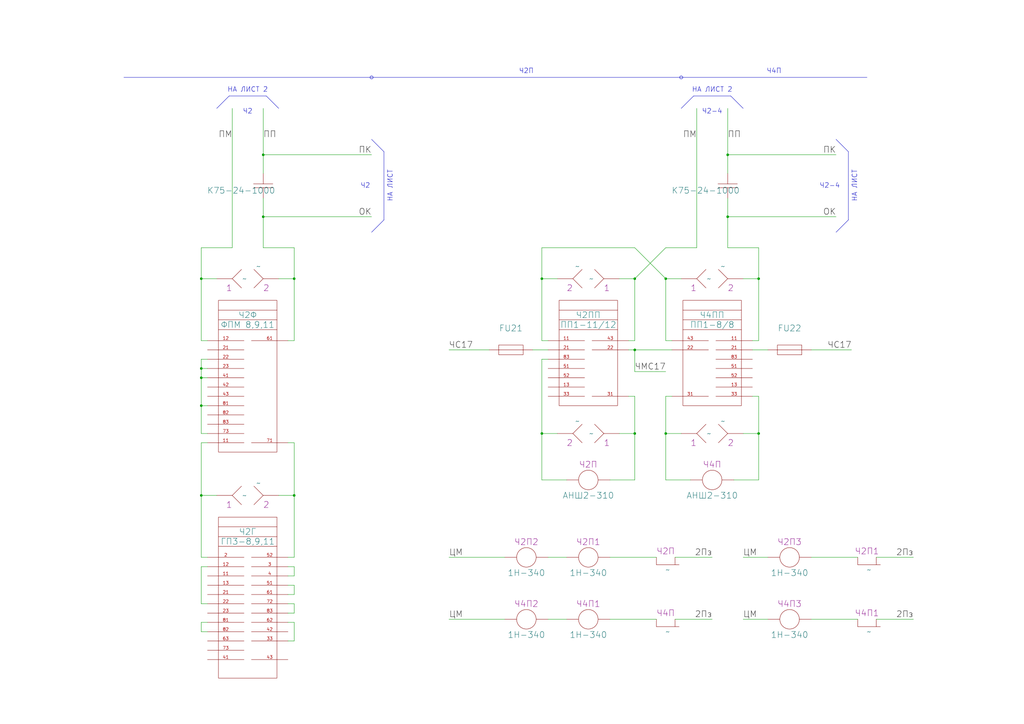
<source format=kicad_sch>
(kicad_sch (version 20250114) (generator "eeschema") (generator_version "9.0")
  (paper "A3")
  (title_block (title "Станция А") (company "МКТ РУТ (МИИТ)") (comment 1 "КП 27.02.03.03.000 ГЧ") (comment 2 "Сафранович") (comment 3 "Бузунова"))
  (lib_symbols
    (symbol "Blocks:ГП3" (pin_names (offset 0) (hide yes))
      (property "Reference" "Г" (at 0 10.51 0))
      (property "Value" "ГП3" (at 0 6.51 0))
      (symbol "ГП3_0_1"
        (rectangle (start -12 16.51) (end 12 -49.53))
        (polyline (pts (xy 12 12.51) (xy -12 12.51)))
        (polyline (pts (xy 12 8.51) (xy -12 8.51)))
        (polyline (pts (xy 12 4.51) (xy -12 4.51)))
      )
      (symbol "ГП3_1_1"
        (pin bidirectional line (at -16.51 0 0) (length 15) (name "") (number "2"))
        (pin bidirectional line (at -16.51 -3.81 0) (length 15) (name "") (number "12"))
        (pin bidirectional line (at -16.51 -7.62 0) (length 15) (name "") (number "11"))
        (pin bidirectional line (at -16.51 -11.43 0) (length 15) (name "") (number "13"))
        (pin bidirectional line (at -16.51 -15.24 0) (length 15) (name "") (number "21"))
        (pin bidirectional line (at -16.51 -19.05 0) (length 15) (name "") (number "22"))
        (pin bidirectional line (at -16.51 -22.86 0) (length 15) (name "") (number "23"))
        (pin bidirectional line (at -16.51 -26.67 0) (length 15) (name "") (number "81"))
        (pin bidirectional line (at -16.51 -30.48 0) (length 15) (name "") (number "82"))
        (pin bidirectional line (at -16.51 -34.29 0) (length 15) (name "") (number "63"))
        (pin bidirectional line (at -16.51 -38.1 0) (length 15) (name "") (number "73"))
        (pin bidirectional line (at -16.51 -41.91 0) (length 15) (name "") (number "41"))
        (pin bidirectional line (at 16.51 0 180) (length 15) (name "") (number "52"))
        (pin bidirectional line (at 16.51 -3.81 180) (length 15) (name "") (number "3"))
        (pin bidirectional line (at 16.51 -7.62 180) (length 15) (name "") (number "4"))
        (pin bidirectional line (at 16.51 -11.43 180) (length 15) (name "") (number "51"))
        (pin bidirectional line (at 16.51 -15.24 180) (length 15) (name "") (number "61"))
        (pin bidirectional line (at 16.51 -19.05 180) (length 15) (name "") (number "72"))
        (pin bidirectional line (at 16.51 -22.86 180) (length 15) (name "") (number "83"))
        (pin bidirectional line (at 16.51 -26.67 180) (length 15) (name "") (number "62"))
        (pin bidirectional line (at 16.51 -30.48 180) (length 15) (name "") (number "42"))
        (pin bidirectional line (at 16.51 -34.29 180) (length 15) (name "") (number "33"))
        (pin bidirectional line (at 16.51 -41.91 180) (length 15) (name "") (number "43"))
      )
    )
    (symbol "Blocks:ПП1" (pin_names (offset 0) (hide yes))
      (property "Reference" "ПП" (at 0 10.51 0))
      (property "Value" "ПП1" (at 0 6.51 0))
      (symbol "ПП1_0_1"
        (rectangle (start -12 16.51) (end 12 -26.67))
        (polyline (pts (xy 12 12.51) (xy -12 12.51)))
        (polyline (pts (xy 12 8.51) (xy -12 8.51)))
        (polyline (pts (xy 12 4.51) (xy -12 4.51)))
      )
      (symbol "ПП1_1_1"
        (pin bidirectional line (at -16.51 0 0) (length 15) (name "") (number "43"))
        (pin bidirectional line (at -16.51 -3.81 0) (length 15) (name "") (number "22"))
        (pin bidirectional line (at -16.51 -22.86 0) (length 15) (name "") (number "31"))
        (pin bidirectional line (at 16.51 0 180) (length 15) (name "") (number "11"))
        (pin bidirectional line (at 16.51 -3.81 180) (length 15) (name "") (number "21"))
        (pin bidirectional line (at 16.51 -7.62 180) (length 15) (name "") (number "83"))
        (pin bidirectional line (at 16.51 -11.43 180) (length 15) (name "") (number "51"))
        (pin bidirectional line (at 16.51 -15.24 180) (length 15) (name "") (number "52"))
        (pin bidirectional line (at 16.51 -19.05 180) (length 15) (name "") (number "13"))
        (pin bidirectional line (at 16.51 -22.86 180) (length 15) (name "") (number "33"))
      )
    )
    (symbol "Blocks:ФПМ" (pin_names (offset 0) (hide yes))
      (property "Reference" "Ф" (at 0 10.51 0))
      (property "Value" "ФПМ" (at 0 6.51 0))
      (symbol "ФПМ_0_1"
        (rectangle (start -12 16.51) (end 12 -45.72))
        (polyline (pts (xy 12 12.51) (xy -12 12.51)))
        (polyline (pts (xy 12 8.51) (xy -12 8.51)))
        (polyline (pts (xy 12 4.51) (xy -12 4.51)))
      )
      (symbol "ФПМ_1_1"
        (pin bidirectional line (at -16.51 0 0) (length 15) (name "") (number "12"))
        (pin bidirectional line (at -16.51 -3.81 0) (length 15) (name "") (number "21"))
        (pin bidirectional line (at -16.51 -7.62 0) (length 15) (name "") (number "22"))
        (pin bidirectional line (at -16.51 -11.43 0) (length 15) (name "") (number "23"))
        (pin bidirectional line (at -16.51 -15.24 0) (length 15) (name "") (number "41"))
        (pin bidirectional line (at -16.51 -19.05 0) (length 15) (name "") (number "42"))
        (pin bidirectional line (at -16.51 -22.86 0) (length 15) (name "") (number "43"))
        (pin bidirectional line (at -16.51 -26.67 0) (length 15) (name "") (number "81"))
        (pin bidirectional line (at -16.51 -30.48 0) (length 15) (name "") (number "82"))
        (pin bidirectional line (at -16.51 -34.29 0) (length 15) (name "") (number "83"))
        (pin bidirectional line (at -16.51 -38.1 0) (length 15) (name "") (number "73"))
        (pin bidirectional line (at -16.51 -41.91 0) (length 15) (name "") (number "11"))
        (pin bidirectional line (at 16.51 0 180) (length 15) (name "") (number "61"))
        (pin bidirectional line (at 16.51 -41.91 180) (length 15) (name "") (number "71"))
      )
    )
    (symbol "Device_GOST:C" (pin_numbers (hide yes)) (pin_names (offset 0) (hide yes))
      (property "Reference" "C" (at 0.635 2.54 0))
      (property "Value" "C" (at 0.635 -3.175 0))
      (symbol "C_0_1"
        (polyline (pts (xy -3.9878 0.762) (xy 3.9878 0.762)))
        (polyline (pts (xy -3.9878 -0.762) (xy 3.9878 -0.762)))
      )
      (symbol "C_1_1"
        (pin passive line (at 0 5.08 270) (length 4.318) (name "~") (number "1"))
        (pin passive line (at 0 -5.08 90) (length 4.318) (name "~") (number "2"))
      )
    )
    (symbol "Device_GOST:FU_FUSE" (pin_numbers (hide yes)) (pin_names (offset 0) (hide yes))
      (property "Reference" "FU" (at 0 3.81 0))
      (property "Value" "FU_FUSE" (at 0 -3.81 0))
      (symbol "FU_FUSE_0_1"
        (rectangle (start -5.0038 2.0066) (end 5.0038 -2.0066))
        (polyline (pts (xy -5.0038 0) (xy 5.0038 0)))
      )
      (symbol "FU_FUSE_1_1"
        (pin passive line (at -8.89 0 0) (length 3.8862) (name "~") (number "1"))
        (pin passive line (at 8.89 0 180) (length 3.8862) (name "~") (number "2"))
      )
    )
    (symbol "SCB_Legacy:Контакт_нейтрального_якоря_НЗ_бн" (pin_numbers (hide yes)) (pin_names (hide yes))
      (property "Обозначение реле" "Н" (at 0 2.54 0))
      (symbol "Контакт_нейтрального_якоря_НЗ_бн_0_1"
        (polyline (pts (xy -3.81 -3) (xy 5.5 -3)))
        (pin bidirectional line (at -3.81 0 270) (length 3) (name "") (number "1"))
      )
      (symbol "Контакт_нейтрального_якоря_НЗ_бн_1_1"
        (unit_name "Фронтовой-Тыловой")
        (pin bidirectional line (at 3.81 0 270) (length 3) (name "") (number "2"))
        (pin bidirectional line (at 3.81 -10.16 90) (length 3.3) (name "") (number "3"))
      )
      (symbol "Контакт_нейтрального_якоря_НЗ_бн_2_1"
        (unit_name "Тыловой")
        (pin bidirectional line (at 3.81 -10.16 90) (length 3.3) (name "") (number "3"))
      )
      (symbol "Контакт_нейтрального_якоря_НЗ_бн_3_1"
        (unit_name "Фронтовой")
        (pin bidirectional line (at 3.81 0 270) (length 3) (name "") (number "2"))
      )
      (symbol "Контакт_нейтрального_якоря_НЗ_бн_4_1"
        (unit_name "Усиленный перелючающий")
        (polyline (pts (xy 3.81 0) (xy 3.81 -3)))
        (polyline (pts (xy 3.81 0) (xy 7.62 0)))
        (polyline (pts (xy 3.81 -1.27) (xy 5.715 0)))
        (polyline (pts (xy 3.81 -6.858) (xy 3.81 -10.16)))
        (polyline (pts (xy 3.81 -8.89) (xy 5.715 -10.16)))
        (polyline (pts (xy 3.81 -10.16) (xy 7.62 -10.16)))
        (pin bidirectional line (at -3.81 0 270) (length 3) (name "") (number "1"))
        (pin bidirectional line (at 8.89 0 180) (length 2) (name "") (number "2"))
        (pin bidirectional line (at 8.89 -10.16 180) (length 2) (name "") (number "3"))
      )
      (symbol "Контакт_нейтрального_якоря_НЗ_бн_5_1"
        (unit_name "Усиленный замыкающий")
        (polyline (pts (xy 3.81 0) (xy 3.81 -3)))
        (polyline (pts (xy 3.81 0) (xy 7.62 0)))
        (polyline (pts (xy 3.81 -1.27) (xy 5.715 0)))
        (pin bidirectional line (at 8.89 0 180) (length 2) (name "") (number "2"))
      )
      (symbol "Контакт_нейтрального_якоря_НЗ_бн_6_1"
        (unit_name "Усиленный размыкающий")
        (polyline (pts (xy 3.81 -6.858) (xy 3.81 -10.16) (xy 6.985 -10.16)))
        (polyline (pts (xy 3.81 -8.89) (xy 5.715 -10.16)))
        (pin bidirectional line (at 8.89 -10.16 180) (length 2) (name "") (number "3"))
      )
      (symbol "Контакт_нейтрального_якоря_НЗ_бн_7_1"
        (unit_name "С магнитным гашением")
        (polyline (pts (xy 3.81 0) (xy 5.5 1) (xy 8.5 -1) (xy 10 0)))
        (polyline (pts (xy 11.43 0) (xy 3.81 0) (xy 3.81 -3)))
        (pin bidirectional line (at 3.81 -10.16 90) (length 3.3) (name "") (number "3"))
        (pin bidirectional line (at 12.7 0 180) (length 2) (name "") (number "2"))
      )
      (symbol "Контакт_нейтрального_якоря_НЗ_бн_8_1"
        (unit_name "С безобрывным переключением")
        (arc (start 5.5 -2.5) (mid 6.5355 -5) (end 5.5 -7.5))
        (pin bidirectional line (at 3.81 0 270) (length 3) (name "") (number "2"))
        (pin bidirectional line (at 3.81 -10.16 90) (length 3.3) (name "") (number "3"))
      )
    )
    (symbol "SCB_Relay:Вывод_подключения" (pin_numbers (hide yes)) (pin_names (offset 0) (hide yes))
      (property "Вывод" "1" (at 5.08 -3.81 0))
      (symbol "Вывод_подключения_0_1"
        (polyline (pts (xy 10.16 3.81) (xy 6.35 0) (xy 10.16 -3.81)))
      )
      (symbol "Вывод_подключения_1_1"
        (pin bidirectional line (at 0 0 0) (length 6.35) (name "") (number "1"))
      )
    )
    (symbol "SCB_Relay:Нейтральное" (pin_numbers (hide yes)) (pin_names (offset 0.002) (hide yes))
      (property "Value" "НМШ" (at 0 -6.35 0))
      (property "Обозначение реле" "Н" (at 0 6.35 0))
      (symbol "Нейтральное_0_1"
        (circle (center 0 0) (radius 4))
      )
      (symbol "Нейтральное_1_1"
        (unit_name "Общее")
        (pin power_in line (at -8.89 0 0) (length 4.8) (name "") (number "1"))
        (pin power_in line (at 8.89 0 180) (length 4.8) (name "") (number "4"))
      )
      (symbol "Нейтральное_2_1"
        (unit_name "С раздельными")
        (pin power_in line (at -8.89 0 0) (length 4.8) (name "") (number "1"))
        (pin power_in line (at -8.89 -1.905 0) (length 5.3) (name "") (number "2"))
        (pin power_in line (at 8.89 0 180) (length 4.8) (name "") (number "3"))
        (pin power_in line (at 8.89 -1.905 180) (length 5.3) (name "") (number "4"))
      )
    )
    (symbol "Контакт_нейтрального_якоря_НЗ_бн_1" (pin_numbers (hide yes)) (pin_names (hide yes))
      (property "Обозначение реле" "Н" (at 0 2.54 0))
      (symbol "Контакт_нейтрального_якоря_НЗ_бн_1_0_1"
        (polyline (pts (xy -3.81 -3) (xy 5.5 -3)))
        (pin bidirectional line (at -3.81 0 270) (length 3) (name "") (number "1"))
      )
      (symbol "Контакт_нейтрального_якоря_НЗ_бн_1_1_1"
        (unit_name "Фронтовой-Тыловой")
        (pin bidirectional line (at 3.81 0 270) (length 3) (name "") (number "2"))
        (pin bidirectional line (at 3.81 -10.16 90) (length 3.3) (name "") (number "3"))
      )
      (symbol "Контакт_нейтрального_якоря_НЗ_бн_1_2_1"
        (unit_name "Тыловой")
        (pin bidirectional line (at 3.81 -10.16 90) (length 3.3) (name "") (number "3"))
      )
      (symbol "Контакт_нейтрального_якоря_НЗ_бн_1_3_1"
        (unit_name "Фронтовой")
        (pin bidirectional line (at 3.81 0 270) (length 3) (name "") (number "2"))
      )
      (symbol "Контакт_нейтрального_якоря_НЗ_бн_1_4_1"
        (unit_name "Усиленный перелючающий")
        (polyline (pts (xy 3.81 0) (xy 3.81 -3)))
        (polyline (pts (xy 3.81 0) (xy 7.62 0)))
        (polyline (pts (xy 3.81 -1.27) (xy 5.715 0)))
        (polyline (pts (xy 3.81 -6.858) (xy 3.81 -10.16)))
        (polyline (pts (xy 3.81 -8.89) (xy 5.715 -10.16)))
        (polyline (pts (xy 3.81 -10.16) (xy 7.62 -10.16)))
        (pin bidirectional line (at -3.81 0 270) (length 3) (name "") (number "1"))
        (pin bidirectional line (at 8.89 0 180) (length 2) (name "") (number "2"))
        (pin bidirectional line (at 8.89 -10.16 180) (length 2) (name "") (number "3"))
      )
      (symbol "Контакт_нейтрального_якоря_НЗ_бн_1_5_1"
        (unit_name "Усиленный замыкающий")
        (polyline (pts (xy 3.81 0) (xy 3.81 -3)))
        (polyline (pts (xy 3.81 0) (xy 7.62 0)))
        (polyline (pts (xy 3.81 -1.27) (xy 5.715 0)))
        (pin bidirectional line (at 8.89 0 180) (length 2) (name "") (number "2"))
      )
      (symbol "Контакт_нейтрального_якоря_НЗ_бн_1_6_1"
        (unit_name "Усиленный размыкающий")
        (polyline (pts (xy 3.81 -6.858) (xy 3.81 -10.16) (xy 6.985 -10.16)))
        (polyline (pts (xy 3.81 -8.89) (xy 5.715 -10.16)))
        (pin bidirectional line (at 8.89 -10.16 180) (length 2) (name "") (number "3"))
      )
      (symbol "Контакт_нейтрального_якоря_НЗ_бн_1_7_1"
        (unit_name "С магнитным гашением")
        (polyline (pts (xy 3.81 0) (xy 5.5 1) (xy 8.5 -1) (xy 10 0)))
        (polyline (pts (xy 11.43 0) (xy 3.81 0) (xy 3.81 -3)))
        (pin bidirectional line (at 3.81 -10.16 90) (length 3.3) (name "") (number "3"))
        (pin bidirectional line (at 12.7 0 180) (length 2) (name "") (number "2"))
      )
      (symbol "Контакт_нейтрального_якоря_НЗ_бн_1_8_1"
        (unit_name "С безобрывным переключением")
        (arc (start 5.5 -2.5) (mid 6.5355 -5) (end 5.5 -7.5))
        (pin bidirectional line (at 3.81 0 270) (length 3) (name "") (number "2"))
        (pin bidirectional line (at 3.81 -10.16 90) (length 3.3) (name "") (number "3"))
      )
    )
    (symbol "Контакт_нейтрального_якоря_НЗ_бн_2" (pin_numbers (hide yes)) (pin_names (hide yes))
      (property "Обозначение реле" "Н" (at 0 2.54 0))
      (symbol "Контакт_нейтрального_якоря_НЗ_бн_2_0_1"
        (polyline (pts (xy -3.81 -3) (xy 5.5 -3)))
        (pin bidirectional line (at -3.81 0 270) (length 3) (name "") (number "1"))
      )
      (symbol "Контакт_нейтрального_якоря_НЗ_бн_2_1_1"
        (unit_name "Фронтовой-Тыловой")
        (pin bidirectional line (at 3.81 0 270) (length 3) (name "") (number "2"))
        (pin bidirectional line (at 3.81 -10.16 90) (length 3.3) (name "") (number "3"))
      )
      (symbol "Контакт_нейтрального_якоря_НЗ_бн_2_2_1"
        (unit_name "Тыловой")
        (pin bidirectional line (at 3.81 -10.16 90) (length 3.3) (name "") (number "3"))
      )
      (symbol "Контакт_нейтрального_якоря_НЗ_бн_2_3_1"
        (unit_name "Фронтовой")
        (pin bidirectional line (at 3.81 0 270) (length 3) (name "") (number "2"))
      )
      (symbol "Контакт_нейтрального_якоря_НЗ_бн_2_4_1"
        (unit_name "Усиленный перелючающий")
        (polyline (pts (xy 3.81 0) (xy 3.81 -3)))
        (polyline (pts (xy 3.81 0) (xy 7.62 0)))
        (polyline (pts (xy 3.81 -1.27) (xy 5.715 0)))
        (polyline (pts (xy 3.81 -6.858) (xy 3.81 -10.16)))
        (polyline (pts (xy 3.81 -8.89) (xy 5.715 -10.16)))
        (polyline (pts (xy 3.81 -10.16) (xy 7.62 -10.16)))
        (pin bidirectional line (at -3.81 0 270) (length 3) (name "") (number "1"))
        (pin bidirectional line (at 8.89 0 180) (length 2) (name "") (number "2"))
        (pin bidirectional line (at 8.89 -10.16 180) (length 2) (name "") (number "3"))
      )
      (symbol "Контакт_нейтрального_якоря_НЗ_бн_2_5_1"
        (unit_name "Усиленный замыкающий")
        (polyline (pts (xy 3.81 0) (xy 3.81 -3)))
        (polyline (pts (xy 3.81 0) (xy 7.62 0)))
        (polyline (pts (xy 3.81 -1.27) (xy 5.715 0)))
        (pin bidirectional line (at 8.89 0 180) (length 2) (name "") (number "2"))
      )
      (symbol "Контакт_нейтрального_якоря_НЗ_бн_2_6_1"
        (unit_name "Усиленный размыкающий")
        (polyline (pts (xy 3.81 -6.858) (xy 3.81 -10.16) (xy 6.985 -10.16)))
        (polyline (pts (xy 3.81 -8.89) (xy 5.715 -10.16)))
        (pin bidirectional line (at 8.89 -10.16 180) (length 2) (name "") (number "3"))
      )
      (symbol "Контакт_нейтрального_якоря_НЗ_бн_2_7_1"
        (unit_name "С магнитным гашением")
        (polyline (pts (xy 3.81 0) (xy 5.5 1) (xy 8.5 -1) (xy 10 0)))
        (polyline (pts (xy 11.43 0) (xy 3.81 0) (xy 3.81 -3)))
        (pin bidirectional line (at 3.81 -10.16 90) (length 3.3) (name "") (number "3"))
        (pin bidirectional line (at 12.7 0 180) (length 2) (name "") (number "2"))
      )
      (symbol "Контакт_нейтрального_якоря_НЗ_бн_2_8_1"
        (unit_name "С безобрывным переключением")
        (arc (start 5.5 -2.5) (mid 6.5355 -5) (end 5.5 -7.5))
        (pin bidirectional line (at 3.81 0 270) (length 3) (name "") (number "2"))
        (pin bidirectional line (at 3.81 -10.16 90) (length 3.3) (name "") (number "3"))
      )
    )
    (symbol "Контакт_нейтрального_якоря_НЗ_бн_3" (pin_numbers (hide yes)) (pin_names (hide yes))
      (property "Обозначение реле" "Н" (at 0 2.54 0))
      (symbol "Контакт_нейтрального_якоря_НЗ_бн_3_0_1"
        (polyline (pts (xy -3.81 -3) (xy 5.5 -3)))
        (pin bidirectional line (at -3.81 0 270) (length 3) (name "") (number "1"))
      )
      (symbol "Контакт_нейтрального_якоря_НЗ_бн_3_1_1"
        (unit_name "Фронтовой-Тыловой")
        (pin bidirectional line (at 3.81 0 270) (length 3) (name "") (number "2"))
        (pin bidirectional line (at 3.81 -10.16 90) (length 3.3) (name "") (number "3"))
      )
      (symbol "Контакт_нейтрального_якоря_НЗ_бн_3_2_1"
        (unit_name "Тыловой")
        (pin bidirectional line (at 3.81 -10.16 90) (length 3.3) (name "") (number "3"))
      )
      (symbol "Контакт_нейтрального_якоря_НЗ_бн_3_3_1"
        (unit_name "Фронтовой")
        (pin bidirectional line (at 3.81 0 270) (length 3) (name "") (number "2"))
      )
      (symbol "Контакт_нейтрального_якоря_НЗ_бн_3_4_1"
        (unit_name "Усиленный перелючающий")
        (polyline (pts (xy 3.81 0) (xy 3.81 -3)))
        (polyline (pts (xy 3.81 0) (xy 7.62 0)))
        (polyline (pts (xy 3.81 -1.27) (xy 5.715 0)))
        (polyline (pts (xy 3.81 -6.858) (xy 3.81 -10.16)))
        (polyline (pts (xy 3.81 -8.89) (xy 5.715 -10.16)))
        (polyline (pts (xy 3.81 -10.16) (xy 7.62 -10.16)))
        (pin bidirectional line (at -3.81 0 270) (length 3) (name "") (number "1"))
        (pin bidirectional line (at 8.89 0 180) (length 2) (name "") (number "2"))
        (pin bidirectional line (at 8.89 -10.16 180) (length 2) (name "") (number "3"))
      )
      (symbol "Контакт_нейтрального_якоря_НЗ_бн_3_5_1"
        (unit_name "Усиленный замыкающий")
        (polyline (pts (xy 3.81 0) (xy 3.81 -3)))
        (polyline (pts (xy 3.81 0) (xy 7.62 0)))
        (polyline (pts (xy 3.81 -1.27) (xy 5.715 0)))
        (pin bidirectional line (at 8.89 0 180) (length 2) (name "") (number "2"))
      )
      (symbol "Контакт_нейтрального_якоря_НЗ_бн_3_6_1"
        (unit_name "Усиленный размыкающий")
        (polyline (pts (xy 3.81 -6.858) (xy 3.81 -10.16) (xy 6.985 -10.16)))
        (polyline (pts (xy 3.81 -8.89) (xy 5.715 -10.16)))
        (pin bidirectional line (at 8.89 -10.16 180) (length 2) (name "") (number "3"))
      )
      (symbol "Контакт_нейтрального_якоря_НЗ_бн_3_7_1"
        (unit_name "С магнитным гашением")
        (polyline (pts (xy 3.81 0) (xy 5.5 1) (xy 8.5 -1) (xy 10 0)))
        (polyline (pts (xy 11.43 0) (xy 3.81 0) (xy 3.81 -3)))
        (pin bidirectional line (at 3.81 -10.16 90) (length 3.3) (name "") (number "3"))
        (pin bidirectional line (at 12.7 0 180) (length 2) (name "") (number "2"))
      )
      (symbol "Контакт_нейтрального_якоря_НЗ_бн_3_8_1"
        (unit_name "С безобрывным переключением")
        (arc (start 5.5 -2.5) (mid 6.5355 -5) (end 5.5 -7.5))
        (pin bidirectional line (at 3.81 0 270) (length 3) (name "") (number "2"))
        (pin bidirectional line (at 3.81 -10.16 90) (length 3.3) (name "") (number "3"))
      )
    )
  )
  (circle (center 152.4 31.75) (radius 0.635) (fill (type color)))
  (circle (center 279.4 31.75) (radius 0.635) (fill (type color)))
  (text "Ч2" (at 149.86 76.2 0) (effects (font (size 2 2))))
  (text "НА ЛИСТ" (at 350.52 76.2 90) (effects (font (size 2 2))))
  (text "Ч2-4" (at 292.1 45.72 0) (effects (font (size 2 2))))
  (text "Ч2" (at 101.6 45.72 0) (effects (font (size 2 2))))
  (text "НА ЛИСТ 2" (at 292.1 36.83 0) (effects (font (size 2 2))))
  (text "Ч2-4" (at 340.36 76.2 0) (effects (font (size 2 2))))
  (text "Ч2П" (at 215.9 29.21 0) (effects (font (size 2 2))))
  (text "Ч4П" (at 317.5 29.21 0) (effects (font (size 2 2))))
  (text "НА ЛИСТ" (at 160.02 76.2 90) (effects (font (size 2 2))))
  (text "НА ЛИСТ 2" (at 101.6 36.83 0) (effects (font (size 2 2))))
  (junction (at 222.25 177.8))
  (junction (at 311.15 177.8))
  (junction (at 82.55 203.2))
  (junction (at 260.35 143.51))
  (junction (at 82.55 114.3))
  (junction (at 298.45 88.9))
  (junction (at 120.65 203.2))
  (junction (at 82.55 166.37))
  (junction (at 311.15 114.3))
  (junction (at 222.25 114.3))
  (junction (at 82.55 154.94))
  (junction (at 107.95 63.5))
  (junction (at 298.45 63.5))
  (junction (at 260.35 114.3))
  (junction (at 107.95 88.9))
  (junction (at 273.05 114.3))
  (junction (at 120.65 114.3))
  (junction (at 273.05 177.8))
  (junction (at 260.35 177.8))
  (junction (at 82.55 151.13))
  (wire (pts (xy 298.45 88.9) (xy 298.45 101.6)))
  (wire (pts (xy 276.86 254) (xy 292.1 254)))
  (wire (pts (xy 222.25 177.8) (xy 228.6 177.8)))
  (wire (pts (xy 120.65 243.84) (xy 120.65 240.03)))
  (wire (pts (xy 107.95 44.45) (xy 107.95 63.5)))
  (wire (pts (xy 222.25 101.6) (xy 260.35 101.6)))
  (wire (pts (xy 260.35 152.4) (xy 273.05 152.4)))
  (polyline (pts (xy 93.98 39.37) (xy 88.9 44.45)))
  (wire (pts (xy 298.45 44.45) (xy 298.45 63.5)))
  (wire (pts (xy 273.05 139.7) (xy 275.59 139.7)))
  (wire (pts (xy 82.55 247.65) (xy 85.09 247.65)))
  (wire (pts (xy 260.35 114.3) (xy 273.05 101.6)))
  (wire (pts (xy 260.35 143.51) (xy 260.35 152.4)))
  (wire (pts (xy 311.15 196.85) (xy 311.15 177.8)))
  (wire (pts (xy 222.25 147.32) (xy 222.25 177.8)))
  (wire (pts (xy 273.05 114.3) (xy 273.05 139.7)))
  (wire (pts (xy 279.4 114.3) (xy 273.05 114.3)))
  (wire (pts (xy 82.55 166.37) (xy 85.09 166.37)))
  (wire (pts (xy 311.15 114.3) (xy 311.15 101.6)))
  (wire (pts (xy 82.55 147.32) (xy 82.55 151.13)))
  (wire (pts (xy 359.41 228.6) (xy 374.65 228.6)))
  (wire (pts (xy 300.99 196.85) (xy 311.15 196.85)))
  (polyline (pts (xy 109.22 39.37) (xy 93.98 39.37)))
  (wire (pts (xy 218.44 143.51) (xy 224.79 143.51)))
  (wire (pts (xy 184.15 143.51) (xy 200.66 143.51)))
  (wire (pts (xy 222.25 101.6) (xy 222.25 114.3)))
  (wire (pts (xy 118.11 255.27) (xy 120.65 255.27)))
  (wire (pts (xy 349.25 143.51) (xy 332.74 143.51)))
  (wire (pts (xy 332.74 254) (xy 351.79 254)))
  (polyline (pts (xy 157.48 90.17) (xy 157.48 62.23)))
  (wire (pts (xy 82.55 166.37) (xy 82.55 154.94)))
  (wire (pts (xy 260.35 196.85) (xy 260.35 177.8)))
  (wire (pts (xy 224.79 139.7) (xy 222.25 139.7)))
  (wire (pts (xy 298.45 63.5) (xy 298.45 71.12)))
  (polyline (pts (xy 284.48 39.37) (xy 279.4 44.45)))
  (wire (pts (xy 254 114.3) (xy 260.35 114.3)))
  (wire (pts (xy 118.11 181.61) (xy 120.65 181.61)))
  (wire (pts (xy 114.3 203.2) (xy 120.65 203.2)))
  (wire (pts (xy 107.95 81.28) (xy 107.95 88.9)))
  (wire (pts (xy 82.55 181.61) (xy 82.55 203.2)))
  (wire (pts (xy 85.09 255.27) (xy 82.55 255.27)))
  (wire (pts (xy 107.95 88.9) (xy 107.95 101.6)))
  (wire (pts (xy 120.65 262.89) (xy 118.11 262.89)))
  (wire (pts (xy 250.19 196.85) (xy 260.35 196.85)))
  (wire (pts (xy 82.55 203.2) (xy 82.55 228.6)))
  (wire (pts (xy 224.79 254) (xy 232.41 254)))
  (wire (pts (xy 254 177.8) (xy 260.35 177.8)))
  (wire (pts (xy 184.15 254) (xy 207.01 254)))
  (wire (pts (xy 85.09 154.94) (xy 82.55 154.94)))
  (wire (pts (xy 273.05 196.85) (xy 273.05 177.8)))
  (wire (pts (xy 273.05 101.6) (xy 285.75 101.6)))
  (wire (pts (xy 95.25 44.45) (xy 95.25 101.6)))
  (wire (pts (xy 82.55 151.13) (xy 82.55 154.94)))
  (wire (pts (xy 82.55 114.3) (xy 88.9 114.3)))
  (wire (pts (xy 250.19 254) (xy 269.24 254)))
  (wire (pts (xy 257.81 139.7) (xy 260.35 139.7)))
  (wire (pts (xy 232.41 196.85) (xy 222.25 196.85)))
  (wire (pts (xy 304.8 114.3) (xy 311.15 114.3)))
  (wire (pts (xy 314.96 143.51) (xy 308.61 143.51)))
  (wire (pts (xy 285.75 44.45) (xy 285.75 101.6)))
  (wire (pts (xy 82.55 255.27) (xy 82.55 259.08)))
  (polyline (pts (xy 152.4 95.25) (xy 157.48 90.17)))
  (wire (pts (xy 311.15 177.8) (xy 311.15 162.56)))
  (wire (pts (xy 273.05 177.8) (xy 279.4 177.8)))
  (wire (pts (xy 85.09 181.61) (xy 82.55 181.61)))
  (wire (pts (xy 120.65 232.41) (xy 118.11 232.41)))
  (wire (pts (xy 85.09 147.32) (xy 82.55 147.32)))
  (wire (pts (xy 298.45 101.6) (xy 311.15 101.6)))
  (wire (pts (xy 308.61 139.7) (xy 311.15 139.7)))
  (polyline (pts (xy 50.8 31.75) (xy 355.6 31.75)))
  (wire (pts (xy 82.55 177.8) (xy 82.55 166.37)))
  (wire (pts (xy 273.05 114.3) (xy 260.35 101.6)))
  (wire (pts (xy 298.45 63.5) (xy 342.9 63.5)))
  (wire (pts (xy 82.55 151.13) (xy 85.09 151.13)))
  (wire (pts (xy 107.95 88.9) (xy 152.4 88.9)))
  (wire (pts (xy 257.81 162.56) (xy 260.35 162.56)))
  (wire (pts (xy 120.65 251.46) (xy 120.65 247.65)))
  (wire (pts (xy 260.35 143.51) (xy 275.59 143.51)))
  (wire (pts (xy 222.25 114.3) (xy 222.25 139.7)))
  (wire (pts (xy 359.41 254) (xy 374.65 254)))
  (wire (pts (xy 82.55 139.7) (xy 82.55 114.3)))
  (wire (pts (xy 304.8 177.8) (xy 311.15 177.8)))
  (wire (pts (xy 257.81 143.51) (xy 260.35 143.51)))
  (wire (pts (xy 304.8 254) (xy 314.96 254)))
  (wire (pts (xy 85.09 232.41) (xy 82.55 232.41)))
  (wire (pts (xy 298.45 81.28) (xy 298.45 88.9)))
  (wire (pts (xy 120.65 236.22) (xy 120.65 232.41)))
  (wire (pts (xy 311.15 139.7) (xy 311.15 114.3)))
  (wire (pts (xy 260.35 162.56) (xy 260.35 177.8)))
  (wire (pts (xy 118.11 251.46) (xy 120.65 251.46)))
  (wire (pts (xy 224.79 228.6) (xy 232.41 228.6)))
  (wire (pts (xy 120.65 247.65) (xy 118.11 247.65)))
  (wire (pts (xy 107.95 63.5) (xy 107.95 71.12)))
  (wire (pts (xy 283.21 196.85) (xy 273.05 196.85)))
  (polyline (pts (xy 299.72 39.37) (xy 284.48 39.37)))
  (wire (pts (xy 250.19 228.6) (xy 269.24 228.6)))
  (polyline (pts (xy 347.98 62.23) (xy 342.9 57.15)))
  (wire (pts (xy 298.45 88.9) (xy 342.9 88.9)))
  (wire (pts (xy 82.55 259.08) (xy 85.09 259.08)))
  (wire (pts (xy 85.09 177.8) (xy 82.55 177.8)))
  (wire (pts (xy 120.65 139.7) (xy 118.11 139.7)))
  (wire (pts (xy 120.65 203.2) (xy 120.65 228.6)))
  (wire (pts (xy 82.55 114.3) (xy 82.55 101.6)))
  (wire (pts (xy 311.15 162.56) (xy 308.61 162.56)))
  (wire (pts (xy 304.8 228.6) (xy 314.96 228.6)))
  (wire (pts (xy 222.25 114.3) (xy 228.6 114.3)))
  (polyline (pts (xy 347.98 90.17) (xy 347.98 62.23)))
  (wire (pts (xy 273.05 162.56) (xy 273.05 177.8)))
  (polyline (pts (xy 342.9 95.25) (xy 347.98 90.17)))
  (polyline (pts (xy 114.3 44.45) (xy 109.22 39.37)))
  (wire (pts (xy 260.35 114.3) (xy 260.35 139.7)))
  (wire (pts (xy 275.59 162.56) (xy 273.05 162.56)))
  (wire (pts (xy 222.25 177.8) (xy 222.25 196.85)))
  (polyline (pts (xy 157.48 62.23) (xy 152.4 57.15)))
  (wire (pts (xy 82.55 203.2) (xy 88.9 203.2)))
  (wire (pts (xy 120.65 101.6) (xy 120.65 114.3)))
  (wire (pts (xy 120.65 181.61) (xy 120.65 203.2)))
  (wire (pts (xy 118.11 228.6) (xy 120.65 228.6)))
  (wire (pts (xy 120.65 240.03) (xy 118.11 240.03)))
  (wire (pts (xy 276.86 228.6) (xy 292.1 228.6)))
  (wire (pts (xy 107.95 63.5) (xy 152.4 63.5)))
  (wire (pts (xy 184.15 228.6) (xy 207.01 228.6)))
  (polyline (pts (xy 304.8 44.45) (xy 299.72 39.37)))
  (wire (pts (xy 107.95 101.6) (xy 120.65 101.6)))
  (wire (pts (xy 332.74 228.6) (xy 351.79 228.6)))
  (wire (pts (xy 82.55 101.6) (xy 95.25 101.6)))
  (wire (pts (xy 85.09 139.7) (xy 82.55 139.7)))
  (wire (pts (xy 85.09 228.6) (xy 82.55 228.6)))
  (wire (pts (xy 120.65 255.27) (xy 120.65 262.89)))
  (wire (pts (xy 222.25 147.32) (xy 224.79 147.32)))
  (wire (pts (xy 120.65 114.3) (xy 120.65 139.7)))
  (wire (pts (xy 82.55 232.41) (xy 82.55 247.65)))
  (wire (pts (xy 118.11 243.84) (xy 120.65 243.84)))
  (wire (pts (xy 114.3 114.3) (xy 120.65 114.3)))
  (wire (pts (xy 118.11 236.22) (xy 120.65 236.22)))
  (label "ПП" (at 107.95 57.15 0) (effects (font (size 2.5 2.5))) (property "Netclass" "Цепь" (effects (hide yes))))
  (label "2Пз" (at 374.65 254 180) (effects (font (size 2.5 2.5))) (property "Netclass" "Цепь" (effects (hide yes))))
  (label "2Пз" (at 292.1 228.6 180) (effects (font (size 2.5 2.5))) (property "Netclass" "Цепь" (effects (hide yes))))
  (label "ПМ" (at 95.25 57.15 180) (effects (font (size 2.5 2.5))) (property "Netclass" "Цепь" (effects (hide yes))))
  (label "ЧС17" (at 349.25 143.51 180) (effects (font (size 2.5 2.5))) (property "Netclass" "Цепь" (effects (hide yes))))
  (label "ЦМ" (at 184.15 228.6 0) (effects (font (size 2.5 2.5))) (property "Netclass" "Цепь" (effects (hide yes))))
  (label "ПК" (at 342.9 63.5 180) (effects (font (size 2.5 2.5))) (property "Netclass" "Цепь" (effects (hide yes))))
  (label "2Пз" (at 292.1 254 180) (effects (font (size 2.5 2.5))) (property "Netclass" "Цепь" (effects (hide yes))))
  (label "ПП" (at 298.45 57.15 0) (effects (font (size 2.5 2.5))) (property "Netclass" "Цепь" (effects (hide yes))))
  (label "ОК" (at 342.9 88.9 180) (effects (font (size 2.5 2.5))) (property "Netclass" "Цепь" (effects (hide yes))))
  (label "ЦМ" (at 184.15 254 0) (effects (font (size 2.5 2.5))) (property "Netclass" "Цепь" (effects (hide yes))))
  (label "ЦМ" (at 304.8 254 0) (effects (font (size 2.5 2.5))) (property "Netclass" "Цепь" (effects (hide yes))))
  (label "ОК" (at 152.4 88.9 180) (effects (font (size 2.5 2.5))) (property "Netclass" "Цепь" (effects (hide yes))))
  (label "ПМ" (at 285.75 57.15 180) (effects (font (size 2.5 2.5))) (property "Netclass" "Цепь" (effects (hide yes))))
  (label "2Пз" (at 374.65 228.6 180) (effects (font (size 2.5 2.5))) (property "Netclass" "Цепь" (effects (hide yes))))
  (label "ЧС17" (at 184.15 143.51 0) (effects (font (size 2.5 2.5))) (property "Netclass" "Цепь" (effects (hide yes))))
  (label "ЧМС17" (at 273.05 152.4 180) (effects (font (size 2.5 2.5))) (property "Netclass" "Цепь" (effects (hide yes))))
  (label "ЦМ" (at 304.8 228.6 0) (effects (font (size 2.5 2.5))) (property "Netclass" "Цепь" (effects (hide yes))))
  (label "ПК" (at 152.4 63.5 180) (effects (font (size 2.5 2.5))) (property "Netclass" "Цепь" (effects (hide yes))))
  (symbol (lib_id "Device_GOST:FU_FUSE") (at 323.85 143.51 0) (mirror y) (unit 1)
    (property "Reference" "FU22" (at 323.85 134.62 0) (effects (font (size 2.5 2.5))))
    (property "Value" "FU_FUSE" (effects (hide yes)))
  )
  (symbol (lib_id "Blocks:ФПМ") (at 101.6 139.7 0) (unit 1)
    (property "Reference" "Ч2Ф" (at 101.6 129.19 0) (effects (font (size 2.5 2.5))))
    (property "Value" "ФПМ 8,9,11" (at 101.6 133.19 0) (effects (font (size 2.5 2.5))))
  )
  (symbol (lib_id "SCB_Relay:Вывод_подключения") (at 114.3 203.2 0) (mirror y) (unit 1)
    (property "Reference" "C4" (effects (hide yes)))
    (property "Value" "~" (at 106.045 198.12 0) (effects (font (size 2.5 2.5))))
    (property "Вывод" "2" (at 109.22 207.01 0) (effects (font (size 2.5 2.5))))
  )
  (symbol (lib_id "SCB_Relay:Вывод_подключения") (at 279.4 177.8 0) (unit 1)
    (property "Reference" "C13" (effects (hide yes)))
    (property "Value" "~" (at 290.83 177.8 0) (effects (font (size 2.5 2.5))))
    (property "Вывод" "1" (at 284.48 181.61 0) (effects (font (size 2.5 2.5))))
  )
  (symbol (lib_id "Device_GOST:FU_FUSE") (at 209.55 143.51 0) (unit 1)
    (property "Reference" "FU21" (at 209.55 134.62 0) (effects (font (size 2.5 2.5))))
    (property "Value" "FU_FUSE" (effects (hide yes)))
  )
  (symbol (lib_id "SCB_Relay:Нейтральное") (at 323.85 228.6 0) (unit 1)
    (property "Reference" "Н111" (effects (hide yes)))
    (property "Value" "1Н-340" (at 323.85 234.95 0) (effects (font (size 2.5 2.5))))
    (property "Обозначение реле" "Ч2П3" (at 323.85 222.25 0) (effects (font (size 2.5 2.5))))
  )
  (symbol (lib_id "SCB_Relay:Нейтральное") (at 241.3 254 0) (unit 1)
    (property "Reference" "Н111" (effects (hide yes)))
    (property "Value" "1Н-340" (at 241.3 260.35 0) (effects (font (size 2.5 2.5))))
    (property "Обозначение реле" "Ч4П1" (at 241.3 247.65 0) (effects (font (size 2.5 2.5))))
  )
  (symbol (lib_id "SCB_Relay:Вывод_подключения") (at 279.4 114.3 0) (unit 1)
    (property "Reference" "C9" (effects (hide yes)))
    (property "Value" "~" (at 290.83 114.3 0) (effects (font (size 2.5 2.5))))
    (property "Вывод" "1" (at 284.48 118.11 0) (effects (font (size 2.5 2.5))))
  )
  (symbol (lib_id "SCB_Relay:Вывод_подключения") (at 254 114.3 0) (mirror y) (unit 1)
    (property "Reference" "C7" (effects (hide yes)))
    (property "Value" "~" (at 242.57 114.3 0) (effects (font (size 2.5 2.5))))
    (property "Вывод" "1" (at 248.92 118.11 0) (effects (font (size 2.5 2.5))))
  )
  (symbol (lib_id "SCB_Relay:Вывод_подключения") (at 254 177.8 0) (mirror y) (unit 1)
    (property "Reference" "C11" (effects (hide yes)))
    (property "Value" "~" (at 242.57 177.8 0) (effects (font (size 2.5 2.5))))
    (property "Вывод" "1" (at 248.92 181.61 0) (effects (font (size 2.5 2.5))))
  )
  (symbol (lib_id "SCB_Legacy:Контакт_нейтрального_якоря_НЗ_бн") (at 355.6 254 0) (unit 3)
    (property "Reference" "Н11121" (effects (hide yes)))
    (property "Value" "~" (at 356.445 259.08 0) (effects (font (size 2.5 2.5))))
    (property "Обозначение реле" "Ч4П1" (at 355.6 251.46 0) (effects (font (size 2.5 2.5))))
  )
  (symbol (lib_id "Device_GOST:C") (at 298.45 76.2 0) (mirror y) (unit 1)
    (property "Reference" "C6" (effects (hide yes)))
    (property "Value" "К75-24-1000" (at 303.53 78.105 0) (effects (font (size 2.5 2.5)) (justify left)))
  )
  (symbol (lib_id "SCB_Relay:Нейтральное") (at 215.9 228.6 0) (unit 1)
    (property "Reference" "Н111" (effects (hide yes)))
    (property "Value" "1Н-340" (at 215.9 234.95 0) (effects (font (size 2.5 2.5))))
    (property "Обозначение реле" "Ч2П2" (at 215.9 222.25 0) (effects (font (size 2.5 2.5))))
  )
  (symbol (lib_name "Контакт_нейтрального_якоря_НЗ_бн_3") (lib_id "SCB_Legacy:Контакт_нейтрального_якоря_НЗ_бн") (at 355.6 228.6 0) (unit 3)
    (property "Reference" "Н1112" (effects (hide yes)))
    (property "Value" "~" (at 356.445 233.68 0) (effects (font (size 2.5 2.5))))
    (property "Обозначение реле" "Ч2П1" (at 355.6 226.06 0) (effects (font (size 2.5 2.5))))
  )
  (symbol (lib_id "Blocks:ПП1") (at 292.1 139.7 0) (unit 1)
    (property "Reference" "Ч4ПП" (at 292.1 129.19 0) (effects (font (size 2.5 2.5))))
    (property "Value" "ПП1-8/8" (at 292.1 133.19 0) (effects (font (size 2.5 2.5))))
  )
  (symbol (lib_id "Blocks:ГП3") (at 101.6 228.6 0) (unit 1)
    (property "Reference" "Ч2Г" (at 101.6 218.09 0) (effects (font (size 2.5 2.5))))
    (property "Value" "ГП3-8,9,11" (at 101.6 222.09 0) (effects (font (size 2.5 2.5))))
  )
  (symbol (lib_id "SCB_Relay:Нейтральное") (at 215.9 254 0) (unit 1)
    (property "Reference" "Н1111" (effects (hide yes)))
    (property "Value" "1Н-340" (at 215.9 260.35 0) (effects (font (size 2.5 2.5))))
    (property "Обозначение реле" "Ч4П2" (at 215.9 247.65 0) (effects (font (size 2.5 2.5))))
  )
  (symbol (lib_id "Blocks:ПП1") (at 241.3 139.7 0) (mirror y) (unit 1)
    (property "Reference" "Ч2ПП" (at 241.3 129.19 0) (effects (font (size 2.5 2.5))))
    (property "Value" "ПП1-11/12" (at 241.3 133.19 0) (effects (font (size 2.5 2.5))))
  )
  (symbol (lib_id "SCB_Relay:Вывод_подключения") (at 114.3 114.3 0) (mirror y) (unit 1)
    (property "Reference" "C2" (effects (hide yes)))
    (property "Value" "~" (at 106.045 109.22 0) (effects (font (size 2.5 2.5))))
    (property "Вывод" "2" (at 109.22 118.11 0) (effects (font (size 2.5 2.5))))
  )
  (symbol (lib_id "SCB_Relay:Нейтральное") (at 292.1 196.85 0) (unit 1)
    (property "Reference" "Н11" (effects (hide yes)))
    (property "Value" "АНШ2-310" (at 292.1 203.2 0) (effects (font (size 2.5 2.5))))
    (property "Обозначение реле" "Ч4П" (at 292.1 190.5 0) (effects (font (size 2.5 2.5))))
  )
  (symbol (lib_id "SCB_Relay:Вывод_подключения") (at 88.9 114.3 0) (unit 1)
    (property "Reference" "C1" (effects (hide yes)))
    (property "Value" "~" (at 100.33 114.3 0) (effects (font (size 2.5 2.5))))
    (property "Вывод" "1" (at 93.98 118.11 0) (effects (font (size 2.5 2.5))))
  )
  (symbol (lib_name "Контакт_нейтрального_якоря_НЗ_бн_1") (lib_id "SCB_Legacy:Контакт_нейтрального_якоря_НЗ_бн") (at 273.05 228.6 0) (unit 3)
    (property "Reference" "Н111" (effects (hide yes)))
    (property "Value" "~" (at 273.895 233.68 0) (effects (font (size 2.5 2.5))))
    (property "Обозначение реле" "Ч2П" (at 273.05 226.06 0) (effects (font (size 2.5 2.5))))
  )
  (symbol (lib_id "SCB_Relay:Вывод_подключения") (at 228.6 177.8 0) (unit 1)
    (property "Reference" "C12" (effects (hide yes)))
    (property "Value" "~" (at 236.855 172.72 0) (effects (font (size 2.5 2.5))))
    (property "Вывод" "2" (at 233.68 181.61 0) (effects (font (size 2.5 2.5))))
  )
  (symbol (lib_id "SCB_Relay:Нейтральное") (at 323.85 254 0) (unit 1)
    (property "Reference" "Н1113" (effects (hide yes)))
    (property "Value" "1Н-340" (at 323.85 260.35 0) (effects (font (size 2.5 2.5))))
    (property "Обозначение реле" "Ч4П3" (at 323.85 247.65 0) (effects (font (size 2.5 2.5))))
  )
  (symbol (lib_id "SCB_Relay:Вывод_подключения") (at 88.9 203.2 0) (unit 1)
    (property "Reference" "C3" (effects (hide yes)))
    (property "Value" "~" (at 100.33 203.2 0) (effects (font (size 2.5 2.5))))
    (property "Вывод" "1" (at 93.98 207.01 0) (effects (font (size 2.5 2.5))))
  )
  (symbol (lib_id "SCB_Relay:Нейтральное") (at 241.3 196.85 0) (unit 1)
    (property "Reference" "Н1" (effects (hide yes)))
    (property "Value" "АНШ2-310" (at 241.3 203.2 0) (effects (font (size 2.5 2.5))))
    (property "Обозначение реле" "Ч2П" (at 241.3 190.5 0) (effects (font (size 2.5 2.5))))
  )
  (symbol (lib_id "SCB_Relay:Вывод_подключения") (at 304.8 177.8 0) (mirror y) (unit 1)
    (property "Reference" "C14" (effects (hide yes)))
    (property "Value" "~" (at 296.545 172.72 0) (effects (font (size 2.5 2.5))))
    (property "Вывод" "2" (at 299.72 181.61 0) (effects (font (size 2.5 2.5))))
  )
  (symbol (lib_name "Контакт_нейтрального_якоря_НЗ_бн_2") (lib_id "SCB_Legacy:Контакт_нейтрального_якоря_НЗ_бн") (at 273.05 254 0) (unit 3)
    (property "Reference" "Н1112" (effects (hide yes)))
    (property "Value" "~" (at 273.895 259.08 0) (effects (font (size 2.5 2.5))))
    (property "Обозначение реле" "Ч4П" (at 273.05 251.46 0) (effects (font (size 2.5 2.5))))
  )
  (symbol (lib_id "SCB_Relay:Вывод_подключения") (at 304.8 114.3 0) (mirror y) (unit 1)
    (property "Reference" "C10" (effects (hide yes)))
    (property "Value" "~" (at 296.545 109.22 0) (effects (font (size 2.5 2.5))))
    (property "Вывод" "2" (at 299.72 118.11 0) (effects (font (size 2.5 2.5))))
  )
  (symbol (lib_id "SCB_Relay:Вывод_подключения") (at 228.6 114.3 0) (unit 1)
    (property "Reference" "C8" (effects (hide yes)))
    (property "Value" "~" (at 236.855 109.22 0) (effects (font (size 2.5 2.5))))
    (property "Вывод" "2" (at 233.68 118.11 0) (effects (font (size 2.5 2.5))))
  )
  (symbol (lib_id "Device_GOST:C") (at 107.95 76.2 0) (mirror y) (unit 1)
    (property "Reference" "C5" (effects (hide yes)))
    (property "Value" "К75-24-1000" (at 113.03 78.105 0) (effects (font (size 2.5 2.5)) (justify left)))
  )
  (symbol (lib_id "SCB_Relay:Нейтральное") (at 241.3 228.6 0) (unit 1)
    (property "Reference" "Н11" (effects (hide yes)))
    (property "Value" "1Н-340" (at 241.3 234.95 0) (effects (font (size 2.5 2.5))))
    (property "Обозначение реле" "Ч2П1" (at 241.3 222.25 0) (effects (font (size 2.5 2.5))))
  )
)
</source>
